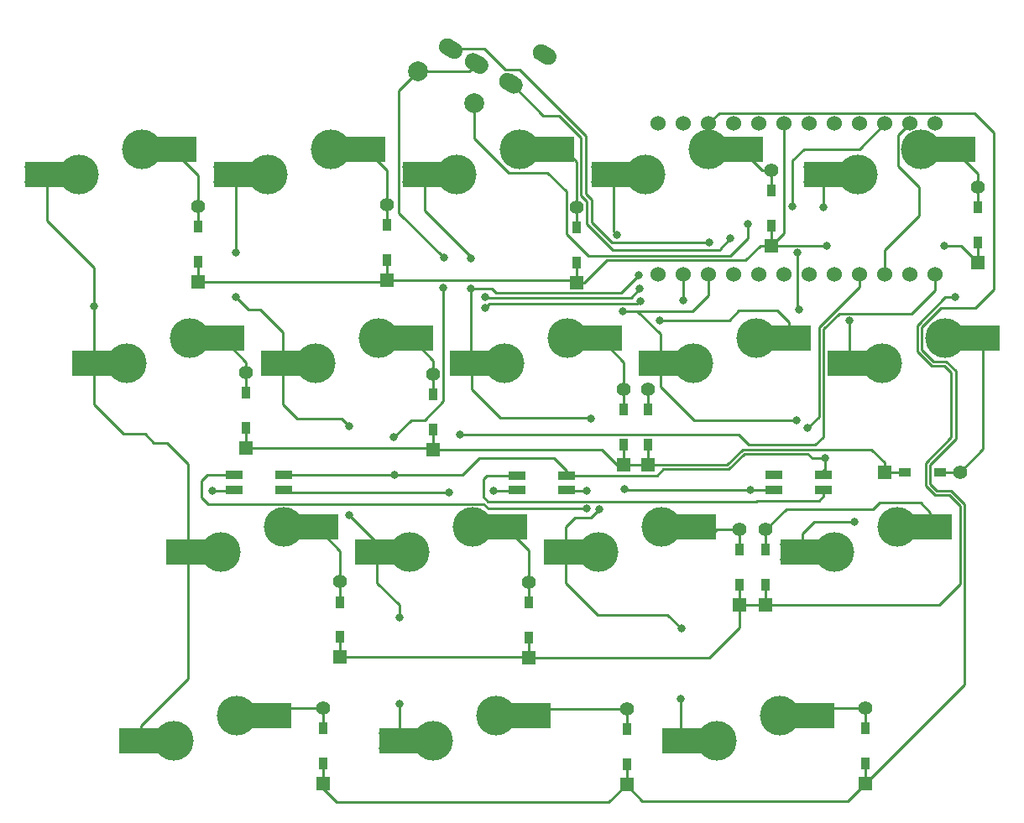
<source format=gbr>
G04 #@! TF.GenerationSoftware,KiCad,Pcbnew,(5.1.6-0-10_14)*
G04 #@! TF.CreationDate,2022-02-21T07:56:40+09:00*
G04 #@! TF.ProjectId,cool936,636f6f6c-3933-4362-9e6b-696361645f70,rev?*
G04 #@! TF.SameCoordinates,Original*
G04 #@! TF.FileFunction,Copper,L2,Bot*
G04 #@! TF.FilePolarity,Positive*
%FSLAX46Y46*%
G04 Gerber Fmt 4.6, Leading zero omitted, Abs format (unit mm)*
G04 Created by KiCad (PCBNEW (5.1.6-0-10_14)) date 2022-02-21 07:56:40*
%MOMM*%
%LPD*%
G01*
G04 APERTURE LIST*
G04 #@! TA.AperFunction,SMDPad,CuDef*
%ADD10R,0.950000X1.300000*%
G04 #@! TD*
G04 #@! TA.AperFunction,ComponentPad*
%ADD11R,1.397000X1.397000*%
G04 #@! TD*
G04 #@! TA.AperFunction,ComponentPad*
%ADD12C,1.397000*%
G04 #@! TD*
G04 #@! TA.AperFunction,SMDPad,CuDef*
%ADD13R,1.300000X0.950000*%
G04 #@! TD*
G04 #@! TA.AperFunction,Conductor*
%ADD14R,4.500000X2.500000*%
G04 #@! TD*
G04 #@! TA.AperFunction,ViaPad*
%ADD15C,0.800000*%
G04 #@! TD*
G04 #@! TA.AperFunction,ViaPad*
%ADD16C,4.000000*%
G04 #@! TD*
G04 #@! TA.AperFunction,SMDPad,CuDef*
%ADD17R,1.800000X0.820000*%
G04 #@! TD*
G04 #@! TA.AperFunction,ComponentPad*
%ADD18C,2.000000*%
G04 #@! TD*
G04 #@! TA.AperFunction,ComponentPad*
%ADD19C,1.524000*%
G04 #@! TD*
G04 #@! TA.AperFunction,Conductor*
%ADD20C,0.250000*%
G04 #@! TD*
G04 APERTURE END LIST*
D10*
X208240000Y-2515000D03*
X208240000Y-6065000D03*
D11*
X208240000Y-8100000D03*
D12*
X208240000Y-480000D03*
D10*
X227340000Y-2775000D03*
X227340000Y-6325000D03*
D11*
X227340000Y-8360000D03*
D12*
X227340000Y-740000D03*
D10*
X246980000Y985000D03*
X246980000Y-2565000D03*
D11*
X246980000Y-4600000D03*
D12*
X246980000Y3020000D03*
D10*
X189180000Y-2645000D03*
X189180000Y-6195000D03*
D11*
X189180000Y-8230000D03*
D12*
X189180000Y-610000D03*
D10*
X194010000Y-19445000D03*
X194010000Y-22995000D03*
D11*
X194010000Y-25030000D03*
D12*
X194010000Y-17410000D03*
D10*
X212880000Y-19635000D03*
X212880000Y-23185000D03*
D11*
X212880000Y-25220000D03*
D12*
X212880000Y-17600000D03*
D10*
X232080000Y-21165000D03*
X232080000Y-24715000D03*
D11*
X232080000Y-26750000D03*
D12*
X232080000Y-19130000D03*
D10*
X234570000Y-21145000D03*
X234570000Y-24695000D03*
D11*
X234570000Y-26730000D03*
D12*
X234570000Y-19110000D03*
D13*
X263965000Y-27450000D03*
X260415000Y-27450000D03*
D11*
X258380000Y-27450000D03*
D12*
X266000000Y-27450000D03*
D10*
X203500000Y-40565000D03*
X203500000Y-44115000D03*
D11*
X203500000Y-46150000D03*
D12*
X203500000Y-38530000D03*
D10*
X222500000Y-40595000D03*
X222500000Y-44145000D03*
D11*
X222500000Y-46180000D03*
D12*
X222500000Y-38560000D03*
D10*
X243780000Y-35275000D03*
X243780000Y-38825000D03*
D11*
X243780000Y-40860000D03*
D12*
X243780000Y-33240000D03*
D10*
X201760000Y-53315000D03*
X201760000Y-56865000D03*
D11*
X201760000Y-58900000D03*
D12*
X201760000Y-51280000D03*
D10*
X267830000Y-705000D03*
X267830000Y-4255000D03*
D11*
X267830000Y-6290000D03*
D12*
X267830000Y1330000D03*
D10*
X256480000Y-53300000D03*
X256480000Y-56850000D03*
D11*
X256480000Y-58885000D03*
D12*
X256480000Y-51265000D03*
D10*
X246430000Y-35275000D03*
X246430000Y-38825000D03*
D11*
X246430000Y-40860000D03*
D12*
X246430000Y-33240000D03*
D14*
X263017500Y-33020000D03*
X250090500Y-35560000D03*
D15*
X264795500Y-33782000D03*
X248285500Y-36322000D03*
X264795500Y-32258000D03*
X248285500Y-34798000D03*
D16*
X253365500Y-35560000D03*
X259715500Y-33020000D03*
D14*
X222536000Y-52070000D03*
X209609000Y-54610000D03*
D15*
X224314000Y-52832000D03*
X207804000Y-55372000D03*
X224314000Y-51308000D03*
X207804000Y-53848000D03*
D16*
X212884000Y-54610000D03*
X219234000Y-52070000D03*
G04 #@! TA.AperFunction,ComponentPad*
G36*
G01*
X224187690Y15604775D02*
X224880510Y15204775D01*
G75*
G02*
X225191632Y14043653I-425000J-736122D01*
G01*
X225191632Y14043653D01*
G75*
G02*
X224030510Y13732531I-736122J425000D01*
G01*
X223337690Y14132531D01*
G75*
G02*
X223026568Y15293653I425000J736122D01*
G01*
X223026568Y15293653D01*
G75*
G02*
X224187690Y15604775I736122J-425000D01*
G01*
G37*
G04 #@! TD.AperFunction*
G04 #@! TA.AperFunction,ComponentPad*
G36*
G01*
X220788652Y12717469D02*
X221481472Y12317469D01*
G75*
G02*
X221792594Y11156347I-425000J-736122D01*
G01*
X221792594Y11156347D01*
G75*
G02*
X220631472Y10845225I-736122J425000D01*
G01*
X219938652Y11245225D01*
G75*
G02*
X219627530Y12406347I425000J736122D01*
G01*
X219627530Y12406347D01*
G75*
G02*
X220788652Y12717469I736122J-425000D01*
G01*
G37*
G04 #@! TD.AperFunction*
G04 #@! TA.AperFunction,ComponentPad*
G36*
G01*
X217324550Y14717469D02*
X218017370Y14317469D01*
G75*
G02*
X218328492Y13156347I-425000J-736122D01*
G01*
X218328492Y13156347D01*
G75*
G02*
X217167370Y12845225I-736122J425000D01*
G01*
X216474550Y13245225D01*
G75*
G02*
X216163428Y14406347I425000J736122D01*
G01*
X216163428Y14406347D01*
G75*
G02*
X217324550Y14717469I736122J-425000D01*
G01*
G37*
G04 #@! TD.AperFunction*
G04 #@! TA.AperFunction,ComponentPad*
G36*
G01*
X214726474Y16217469D02*
X215419294Y15817469D01*
G75*
G02*
X215730416Y14656347I-425000J-736122D01*
G01*
X215730416Y14656347D01*
G75*
G02*
X214569294Y14345225I-736122J425000D01*
G01*
X213876474Y14745225D01*
G75*
G02*
X213565352Y15906347I425000J736122D01*
G01*
X213565352Y15906347D01*
G75*
G02*
X214726474Y16217469I736122J-425000D01*
G01*
G37*
G04 #@! TD.AperFunction*
D17*
X197770000Y-29230000D03*
X197770000Y-27730000D03*
X192770000Y-27730000D03*
X192770000Y-29230000D03*
X221320000Y-29290000D03*
X221320000Y-27790000D03*
X226320000Y-27790000D03*
X226320000Y-29290000D03*
X252270000Y-29230000D03*
X252270000Y-27730000D03*
X247270000Y-27730000D03*
X247270000Y-29230000D03*
D18*
X217014583Y9775000D03*
X211385417Y13025000D03*
D19*
X263478000Y-7521400D03*
X260938000Y-7521400D03*
X258398000Y-7521400D03*
X255858000Y-7521400D03*
X253318000Y-7521400D03*
X250778000Y-7521400D03*
X248238000Y-7521400D03*
X245698000Y-7521400D03*
X243158000Y-7521400D03*
X240618000Y-7521400D03*
X238078000Y-7521400D03*
X235538000Y-7521400D03*
X235538000Y7698600D03*
X238078000Y7698600D03*
X240618000Y7698600D03*
X243158000Y7698600D03*
X245698000Y7698600D03*
X248238000Y7698600D03*
X250778000Y7698600D03*
X253318000Y7698600D03*
X255858000Y7698600D03*
X258398000Y7698600D03*
X260938000Y7698600D03*
X263478000Y7698600D03*
D14*
X201104500Y-33020000D03*
X188177500Y-35560000D03*
D15*
X202882500Y-33782000D03*
X186372500Y-36322000D03*
X202882500Y-32258000D03*
X186372500Y-34798000D03*
D16*
X191452500Y-35560000D03*
X197802500Y-33020000D03*
D14*
X220154500Y-33020000D03*
X207227500Y-35560000D03*
D15*
X221932500Y-33782000D03*
X205422500Y-36322000D03*
X221932500Y-32258000D03*
X205422500Y-34798000D03*
D16*
X210502500Y-35560000D03*
X216852500Y-33020000D03*
D14*
X239204500Y-33020000D03*
X226277500Y-35560000D03*
D15*
X240982500Y-33782000D03*
X224472500Y-36322000D03*
X240982500Y-32258000D03*
X224472500Y-34798000D03*
D16*
X229552500Y-35560000D03*
X235902500Y-33020000D03*
D14*
X196342000Y-52070000D03*
X183415000Y-54610000D03*
D15*
X198120000Y-52832000D03*
X181610000Y-55372000D03*
X198120000Y-51308000D03*
X181610000Y-53848000D03*
D16*
X186690000Y-54610000D03*
X193040000Y-52070000D03*
D14*
X265397999Y5080000D03*
X252470999Y2540000D03*
D15*
X267175999Y4318000D03*
X250665999Y1778000D03*
X267175999Y5842000D03*
X250665999Y3302000D03*
D16*
X255745999Y2540000D03*
X262095999Y5080000D03*
D14*
X251110500Y-52070000D03*
X238183500Y-54610000D03*
D15*
X252888500Y-52832000D03*
X236378500Y-55372000D03*
X252888500Y-51308000D03*
X236378500Y-53848000D03*
D16*
X241458500Y-54610000D03*
X247808500Y-52070000D03*
D12*
X232390000Y-51330000D03*
D11*
X232390000Y-58950000D03*
D10*
X232390000Y-56915000D03*
X232390000Y-53365000D03*
D14*
X186817000Y5080000D03*
X173890000Y2540000D03*
D15*
X188595000Y4318000D03*
X172085000Y1778000D03*
X188595000Y5842000D03*
X172085000Y3302000D03*
D16*
X177165000Y2540000D03*
X183515000Y5080000D03*
D14*
X205867000Y5080000D03*
X192940000Y2540000D03*
D15*
X207645000Y4318000D03*
X191135000Y1778000D03*
X207645000Y5842000D03*
X191135000Y3302000D03*
D16*
X196215000Y2540000D03*
X202565000Y5080000D03*
D14*
X224917000Y5080000D03*
X211990000Y2540000D03*
D15*
X226695000Y4318000D03*
X210185000Y1778000D03*
X226695000Y5842000D03*
X210185000Y3302000D03*
D16*
X215265000Y2540000D03*
X221615000Y5080000D03*
D14*
X243967000Y5080000D03*
X231040000Y2540000D03*
D15*
X245745000Y4318000D03*
X229235000Y1778000D03*
X245745000Y5842000D03*
X229235000Y3302000D03*
D16*
X234315000Y2540000D03*
X240665000Y5080000D03*
D14*
X191579500Y-13970000D03*
X178652500Y-16510000D03*
D15*
X193357500Y-14732000D03*
X176847500Y-17272000D03*
X193357500Y-13208000D03*
X176847500Y-15748000D03*
D16*
X181927500Y-16510000D03*
X188277500Y-13970000D03*
D14*
X210629500Y-13970000D03*
X197702500Y-16510000D03*
D15*
X212407500Y-14732000D03*
X195897500Y-17272000D03*
X212407500Y-13208000D03*
X195897500Y-15748000D03*
D16*
X200977500Y-16510000D03*
X207327500Y-13970000D03*
D14*
X229679500Y-13970000D03*
X216752500Y-16510000D03*
D15*
X231457500Y-14732000D03*
X214947500Y-17272000D03*
X231457500Y-13208000D03*
X214947500Y-15748000D03*
D16*
X220027500Y-16510000D03*
X226377500Y-13970000D03*
D14*
X248729500Y-13970000D03*
X235802500Y-16510000D03*
D15*
X250507500Y-14732000D03*
X233997500Y-17272000D03*
X250507500Y-13208000D03*
X233997500Y-15748000D03*
D16*
X239077500Y-16510000D03*
X245427500Y-13970000D03*
D14*
X267779500Y-13970000D03*
X254852500Y-16510000D03*
D15*
X269557500Y-14732000D03*
X253047500Y-17272000D03*
X269557500Y-13208000D03*
X253047500Y-15748000D03*
D16*
X258127500Y-16510000D03*
X264477500Y-13970000D03*
D15*
X235760000Y-12140000D03*
X252550000Y-4600000D03*
X264420000Y-4600000D03*
X265490000Y-9820000D03*
X208970000Y-27730000D03*
X208930000Y-23950000D03*
X213860000Y-8840000D03*
X213940000Y-5850000D03*
X252370000Y-26070000D03*
X250640000Y-23020000D03*
X249650000Y-5325000D03*
X249780000Y-11040000D03*
X244910000Y-29230000D03*
X190570000Y-29340000D03*
X218930000Y-29340000D03*
X232200000Y-29210000D03*
X242880000Y-3880000D03*
X240710000Y-4280000D03*
X214490000Y-29490000D03*
X215570000Y-23710000D03*
X228320000Y-29350000D03*
X228330000Y-31150010D03*
X178652500Y-10747500D03*
X218140000Y-10880000D03*
X233740000Y-10220000D03*
X192970000Y-9810000D03*
X218120000Y-9800000D03*
X233700000Y-8970000D03*
X209450000Y-50860000D03*
X209450000Y-42140000D03*
X204410000Y-31760000D03*
X204440000Y-22820000D03*
X192970000Y-5260000D03*
X216650000Y-8960000D03*
X233630000Y-7600000D03*
X237880000Y-50360000D03*
X237890000Y-43210000D03*
X229640000Y-31240000D03*
X228770000Y-22100000D03*
X216650000Y-5880000D03*
X249520000Y-22200000D03*
X255380000Y-32440000D03*
X231980000Y-11210000D03*
X231450000Y-3560000D03*
X254830000Y-12190000D03*
X252230000Y-710000D03*
X238060000Y-10150000D03*
X244640000Y-2380000D03*
X249140000Y-680000D03*
D20*
X189180000Y-610000D02*
X189180000Y2520000D01*
X186817000Y4883000D02*
X186817000Y5080000D01*
X189180000Y2520000D02*
X186817000Y4883000D01*
X186817000Y5080000D02*
X183515000Y5080000D01*
X189180000Y-2645000D02*
X189180000Y-610000D01*
X206120000Y5080000D02*
X205867000Y5080000D01*
X208240000Y-480000D02*
X208240000Y2960000D01*
X202565000Y5080000D02*
X205867000Y5080000D01*
X208240000Y-2515000D02*
X208240000Y-480000D01*
X208240000Y2960000D02*
X206120000Y5080000D01*
X221615000Y5080000D02*
X224917000Y5080000D01*
X226140000Y5080000D02*
X227340000Y3880000D01*
X227340000Y3880000D02*
X227340000Y-740000D01*
X227340000Y-740000D02*
X227340000Y-2775000D01*
X224917000Y5080000D02*
X226140000Y5080000D01*
X246980000Y3020000D02*
X246980000Y985000D01*
X245907000Y3140000D02*
X245773500Y3273500D01*
X245773500Y3273500D02*
X243967000Y5080000D01*
X246027000Y3020000D02*
X245773500Y3273500D01*
X246980000Y3020000D02*
X246027000Y3020000D01*
X243967000Y5080000D02*
X240665000Y5080000D01*
X194010000Y-17410000D02*
X194010000Y-19445000D01*
X188277500Y-13970000D02*
X191579500Y-13970000D01*
X194010000Y-16400500D02*
X191579500Y-13970000D01*
X194010000Y-17410000D02*
X194010000Y-16400500D01*
X212880000Y-16220500D02*
X210629500Y-13970000D01*
X212880000Y-17600000D02*
X212880000Y-19635000D01*
X207327500Y-13970000D02*
X210629500Y-13970000D01*
X212880000Y-17600000D02*
X212880000Y-16220500D01*
X232080000Y-19130000D02*
X232080000Y-16370500D01*
X232080000Y-16370500D02*
X229679500Y-13970000D01*
X232080000Y-19130000D02*
X232080000Y-21165000D01*
X226377500Y-13970000D02*
X229679500Y-13970000D01*
X247600000Y-11160000D02*
X248729500Y-12289500D01*
X248729500Y-12289500D02*
X248729500Y-13970000D01*
X243720000Y-11160000D02*
X247600000Y-11160000D01*
X242740000Y-12140000D02*
X243720000Y-11160000D01*
X235760000Y-12140000D02*
X242740000Y-12140000D01*
X245427500Y-13970000D02*
X248729500Y-13970000D01*
X234570000Y-21145000D02*
X234570000Y-19110000D01*
X268310000Y-14500500D02*
X268310000Y-25140000D01*
X268310000Y-25140000D02*
X266000000Y-27450000D01*
X267779500Y-13970000D02*
X268310000Y-14500500D01*
X263965000Y-27450000D02*
X266000000Y-27450000D01*
X264477500Y-13970000D02*
X267779500Y-13970000D01*
X201104500Y-33020000D02*
X197802500Y-33020000D01*
X203500000Y-38530000D02*
X203500000Y-35415500D01*
X203500000Y-35415500D02*
X201104500Y-33020000D01*
X203500000Y-38530000D02*
X203500000Y-40565000D01*
X220154500Y-33020000D02*
X216852500Y-33020000D01*
X222500000Y-38560000D02*
X222500000Y-35365500D01*
X222500000Y-35365500D02*
X220154500Y-33020000D01*
X220154500Y-33020000D02*
X221170500Y-33020000D01*
X221170500Y-33020000D02*
X221932500Y-33782000D01*
X222500000Y-40595000D02*
X222500000Y-38560000D01*
X243780000Y-33240000D02*
X243780000Y-35275000D01*
X243780000Y-33240000D02*
X241524500Y-33240000D01*
X241524500Y-33240000D02*
X240982500Y-33782000D01*
X239204500Y-33020000D02*
X240220500Y-33020000D01*
X240220500Y-33020000D02*
X240982500Y-33782000D01*
X243780000Y-33240000D02*
X236122500Y-33240000D01*
X236122500Y-33240000D02*
X235902500Y-33020000D01*
X201760000Y-51280000D02*
X201760000Y-53315000D01*
X198120000Y-51308000D02*
X201732000Y-51308000D01*
X201732000Y-51308000D02*
X201760000Y-51280000D01*
X193040000Y-52070000D02*
X196342000Y-52070000D01*
X265397999Y5080000D02*
X262095999Y5080000D01*
X267830000Y1330000D02*
X267830000Y2647999D01*
X267830000Y2647999D02*
X265397999Y5080000D01*
X267830000Y-705000D02*
X267830000Y1330000D01*
X256480000Y-51265000D02*
X256480000Y-53300000D01*
X256480000Y-51265000D02*
X252931500Y-51265000D01*
X252931500Y-51265000D02*
X252888500Y-51308000D01*
X252888500Y-51308000D02*
X251872500Y-51308000D01*
X251872500Y-51308000D02*
X251110500Y-52070000D01*
X247808500Y-52070000D02*
X251110500Y-52070000D01*
X262040000Y-30530000D02*
X263017500Y-31507500D01*
X263017500Y-31507500D02*
X263017500Y-33020000D01*
X257910000Y-30530000D02*
X262040000Y-30530000D01*
X257250000Y-31190000D02*
X257910000Y-30530000D01*
X248480000Y-31190000D02*
X257250000Y-31190000D01*
X246430000Y-33240000D02*
X248480000Y-31190000D01*
X259715500Y-33020000D02*
X263017500Y-33020000D01*
X246430000Y-33240000D02*
X246435001Y-33234999D01*
X246430000Y-35275000D02*
X246430000Y-33240000D01*
X232390000Y-51330000D02*
X232390000Y-53365000D01*
X232390000Y-51330000D02*
X224336000Y-51330000D01*
X224336000Y-51330000D02*
X224314000Y-51308000D01*
X222536000Y-52070000D02*
X223552000Y-52070000D01*
X223552000Y-52070000D02*
X224314000Y-51308000D01*
X219234000Y-52070000D02*
X222536000Y-52070000D01*
X264420000Y-4600000D02*
X266140000Y-4600000D01*
X228110000Y-8360000D02*
X230370000Y-6100000D01*
X245850000Y-4600000D02*
X244350000Y-6100000D01*
X244350000Y-6100000D02*
X230370000Y-6100000D01*
X246980000Y-4600000D02*
X245850000Y-4600000D01*
X248238000Y7698600D02*
X248238000Y-3342000D01*
X248238000Y-3342000D02*
X246980000Y-4600000D01*
X246980000Y-4600000D02*
X252550000Y-4600000D01*
X266140000Y-4600000D02*
X267830000Y-6290000D01*
X246980000Y-4600000D02*
X249070000Y-4600000D01*
X246980000Y-2565000D02*
X246980000Y-4600000D01*
X267810000Y-6290000D02*
X267830000Y-6290000D01*
X227340000Y-8360000D02*
X228110000Y-8360000D01*
X208240000Y-8100000D02*
X227080000Y-8100000D01*
X227080000Y-8100000D02*
X227340000Y-8360000D01*
X189180000Y-8230000D02*
X208110000Y-8230000D01*
X208110000Y-8230000D02*
X208240000Y-8100000D01*
X189180000Y-8230000D02*
X189180000Y-6195000D01*
X208240000Y-6065000D02*
X208240000Y-8100000D01*
X227340000Y-6325000D02*
X227340000Y-8360000D01*
X267830000Y-4255000D02*
X267830000Y-6290000D01*
X257090000Y-25170000D02*
X258380000Y-26460000D01*
X258380000Y-26460000D02*
X258380000Y-27450000D01*
X244070000Y-25170000D02*
X257090000Y-25170000D01*
X242510000Y-26730000D02*
X244070000Y-25170000D01*
X234570000Y-26730000D02*
X242510000Y-26730000D01*
X232080000Y-26750000D02*
X234550000Y-26750000D01*
X234550000Y-26750000D02*
X234570000Y-26730000D01*
X229920000Y-25220000D02*
X231450000Y-26750000D01*
X231450000Y-26750000D02*
X232080000Y-26750000D01*
X212880000Y-25220000D02*
X229920000Y-25220000D01*
X194010000Y-25030000D02*
X212690000Y-25030000D01*
X212690000Y-25030000D02*
X212880000Y-25220000D01*
X258380000Y-27450000D02*
X260415000Y-27450000D01*
X234570000Y-26730000D02*
X234570000Y-24695000D01*
X232080000Y-24715000D02*
X232080000Y-26750000D01*
X212880000Y-23185000D02*
X212880000Y-25220000D01*
X194010000Y-22995000D02*
X194010000Y-25030000D01*
X265490000Y-9820000D02*
X264550088Y-9820000D01*
X266039990Y-30876400D02*
X266039990Y-38760000D01*
X263175099Y-16745011D02*
X264428601Y-16745011D01*
X261702490Y-12667598D02*
X261702489Y-15272401D01*
X263473599Y-29770009D02*
X264933600Y-29770010D01*
X263939990Y-40860000D02*
X246430000Y-40860000D01*
X264428601Y-16745011D02*
X265129990Y-17446400D01*
X265129990Y-23938598D02*
X262539990Y-26528598D01*
X265129990Y-17446400D02*
X265129990Y-23938598D01*
X262539990Y-26528598D02*
X262539989Y-28836399D01*
X261702489Y-15272401D02*
X263175099Y-16745011D01*
X262539989Y-28836399D02*
X263473599Y-29770009D01*
X264550088Y-9820000D02*
X261702490Y-12667598D01*
X264933600Y-29770010D02*
X266039990Y-30876400D01*
X266039990Y-38760000D02*
X263939990Y-40860000D01*
X240720000Y-46180000D02*
X243780000Y-43120000D01*
X243780000Y-43120000D02*
X243780000Y-40860000D01*
X222500000Y-46180000D02*
X240720000Y-46180000D01*
X203500000Y-46150000D02*
X222470000Y-46150000D01*
X222470000Y-46150000D02*
X222500000Y-46180000D01*
X203500000Y-44115000D02*
X203500000Y-46150000D01*
X222500000Y-44145000D02*
X222500000Y-46180000D01*
X243780000Y-40860000D02*
X243780000Y-38825000D01*
X246430000Y-40860000D02*
X243780000Y-40860000D01*
X246430000Y-38825000D02*
X246430000Y-40860000D01*
X262152499Y-12853999D02*
X262152499Y-15086001D01*
X241705001Y8785601D02*
X267444399Y8785601D01*
X262152499Y-15086001D02*
X263361499Y-16295001D01*
X240618000Y7698600D02*
X241705001Y8785601D01*
X264615001Y-16295001D02*
X265580000Y-17260000D01*
X267444399Y8785601D02*
X269430000Y6800000D01*
X263660000Y-29320000D02*
X265120000Y-29320000D01*
X265580000Y-17260000D02*
X265580000Y-24124998D01*
X265580000Y-24124998D02*
X262989999Y-26714999D01*
X262989999Y-26714999D02*
X262989999Y-28649999D01*
X262989999Y-28649999D02*
X263660000Y-29320000D01*
X266490000Y-48875000D02*
X256480000Y-58885000D01*
X233970000Y-60660000D02*
X254705000Y-60660000D01*
X254705000Y-60660000D02*
X256480000Y-58885000D01*
X232390000Y-59080000D02*
X233970000Y-60660000D01*
X232390000Y-58950000D02*
X232390000Y-59080000D01*
X203170000Y-60770000D02*
X230570000Y-60770000D01*
X230570000Y-60770000D02*
X232390000Y-58950000D01*
X201760000Y-59360000D02*
X203170000Y-60770000D01*
X201760000Y-58900000D02*
X201760000Y-59360000D01*
X256480000Y-56850000D02*
X256480000Y-58885000D01*
X232390000Y-56915000D02*
X232390000Y-58950000D01*
X201760000Y-56865000D02*
X201760000Y-58900000D01*
X269430000Y-9030000D02*
X267530000Y-10930000D01*
X266490000Y-30690000D02*
X266490000Y-48875000D01*
X267530000Y-10930000D02*
X264076498Y-10930000D01*
X265120000Y-29320000D02*
X266490000Y-30690000D01*
X264076498Y-10930000D02*
X262152499Y-12853999D01*
X263361499Y-16295001D02*
X264615001Y-16295001D01*
X269430000Y6800000D02*
X269430000Y-9030000D01*
X197770000Y-27730000D02*
X208970000Y-27730000D01*
X208970000Y-27730000D02*
X215800000Y-27730000D01*
X211985002Y-22240000D02*
X210640000Y-22240000D01*
X210640000Y-22240000D02*
X208930000Y-23950000D01*
X213860000Y-8840000D02*
X213903501Y-8883501D01*
X213903501Y-8883501D02*
X213903501Y-20321501D01*
X213903501Y-20321501D02*
X211985002Y-22240000D01*
X211385417Y13025000D02*
X209414999Y11054582D01*
X209414999Y11054582D02*
X209414999Y-1324999D01*
X209414999Y-1324999D02*
X213940000Y-5850000D01*
X252370000Y-26070000D02*
X251104486Y-26070000D01*
X251104486Y-26070000D02*
X250654496Y-25620010D01*
X252370000Y-26070000D02*
X252370000Y-27630000D01*
X252370000Y-27630000D02*
X252270000Y-27730000D01*
X250640000Y-23020000D02*
X250640000Y-23020000D01*
X251799990Y-21860010D02*
X250640000Y-23020000D01*
X251799990Y-12853600D02*
X251799990Y-21860010D01*
X255858000Y-8795590D02*
X251799990Y-12853600D01*
X255858000Y-7521400D02*
X255858000Y-8795590D01*
X260938000Y7698600D02*
X259770998Y6531598D01*
X259770998Y6531598D02*
X259770998Y3399002D01*
X259770998Y3399002D02*
X261874900Y1295100D01*
X258398000Y-5042000D02*
X258398000Y-7521400D01*
X261874900Y-1565100D02*
X258398000Y-5042000D01*
X261874900Y1295100D02*
X261874900Y-1565100D01*
X211385417Y13025000D02*
X216489613Y13025000D01*
X216489613Y13025000D02*
X217245960Y13781347D01*
X244256400Y-25620010D02*
X250654496Y-25620010D01*
X252270000Y-27235514D02*
X252270000Y-27730000D01*
X242696401Y-27180009D02*
X244256400Y-25620010D01*
X226320000Y-27790000D02*
X235492002Y-27790000D01*
X235492002Y-27790000D02*
X236101992Y-27180010D01*
X236101992Y-27180010D02*
X242696401Y-27180009D01*
X217500000Y-26030000D02*
X225054486Y-26030000D01*
X225054486Y-26030000D02*
X226320000Y-27295514D01*
X226320000Y-27295514D02*
X226320000Y-27790000D01*
X215800000Y-27730000D02*
X217500000Y-26030000D01*
X249780000Y-11040000D02*
X249650000Y-10910000D01*
X249650000Y-10910000D02*
X249650000Y-5325000D01*
X244910000Y-29230000D02*
X232220000Y-29230000D01*
X190570000Y-29340000D02*
X192660000Y-29340000D01*
X192660000Y-29340000D02*
X192770000Y-29230000D01*
X218930000Y-29340000D02*
X221270000Y-29340000D01*
X221270000Y-29340000D02*
X221320000Y-29290000D01*
X247270000Y-29230000D02*
X244910000Y-29230000D01*
X232220000Y-29230000D02*
X232200000Y-29210000D01*
X241790000Y-4970000D02*
X242880000Y-3880000D01*
X241790000Y-5020000D02*
X231000000Y-5020000D01*
X241790000Y-5020000D02*
X241790000Y-4970000D01*
X228363501Y-2383501D02*
X228363501Y-133501D01*
X228363501Y-133501D02*
X227790010Y439990D01*
X227790010Y439990D02*
X227790010Y6291992D01*
X231000000Y-5020000D02*
X228363501Y-2383501D01*
X227790010Y6291992D02*
X225572002Y8510000D01*
X225572002Y8510000D02*
X223981409Y8510000D01*
X223981409Y8510000D02*
X220710062Y11781347D01*
X228840000Y-2223590D02*
X230901411Y-4285001D01*
X230901411Y-4285001D02*
X240704999Y-4285001D01*
X240704999Y-4285001D02*
X240710000Y-4280000D01*
X228240020Y626390D02*
X228840000Y26410D01*
X228840000Y26410D02*
X228840000Y-2223590D01*
X228240020Y6478392D02*
X228240020Y626390D01*
X221562055Y13156357D02*
X228240020Y6478392D01*
X214647884Y15281347D02*
X218050867Y15281347D01*
X218050867Y15281347D02*
X220175857Y13156357D01*
X220175857Y13156357D02*
X221562055Y13156357D01*
X244729990Y-24719990D02*
X251430010Y-24719990D01*
X252250000Y-23900000D02*
X252250000Y-22100000D01*
X215570000Y-23710000D02*
X243720000Y-23710000D01*
X251430010Y-24719990D02*
X252250000Y-23900000D01*
X243720000Y-23710000D02*
X244729990Y-24719990D01*
X252250000Y-22100000D02*
X252250000Y-20740000D01*
X197515010Y-29490000D02*
X197770000Y-29235010D01*
X197770000Y-29235010D02*
X197770000Y-29230000D01*
X214490000Y-29490000D02*
X197515010Y-29490000D01*
X252250000Y-20740000D02*
X252250000Y-20890000D01*
X252250000Y-13040000D02*
X252250000Y-20740000D01*
X253825001Y-11464999D02*
X252250000Y-13040000D01*
X263478000Y-9112000D02*
X261125001Y-11464999D01*
X261125001Y-11464999D02*
X253825001Y-11464999D01*
X263478000Y-7521400D02*
X263478000Y-9112000D01*
X228320000Y-29350000D02*
X226380000Y-29350000D01*
X226380000Y-29350000D02*
X226320000Y-29290000D01*
X189540000Y-30020000D02*
X190214999Y-30694999D01*
X217968501Y-30694999D02*
X218423512Y-31150010D01*
X218423512Y-31150010D02*
X228330000Y-31150010D01*
X190214999Y-30694999D02*
X217968501Y-30694999D01*
X189540000Y-28300000D02*
X189540000Y-30020000D01*
X190110000Y-27730000D02*
X189540000Y-28300000D01*
X192770000Y-27730000D02*
X190110000Y-27730000D01*
X217920000Y-28130000D02*
X218260000Y-27790000D01*
X218260000Y-27790000D02*
X221320000Y-27790000D01*
X217920000Y-29980000D02*
X217920000Y-28130000D01*
X218365010Y-30425010D02*
X217920000Y-29980000D01*
X245535010Y-30365010D02*
X245475010Y-30425010D01*
X245475010Y-30425010D02*
X218365010Y-30425010D01*
X252270000Y-29230000D02*
X252270000Y-29890000D01*
X252270000Y-29890000D02*
X251794990Y-30365010D01*
X251794990Y-30365010D02*
X245535010Y-30365010D01*
X178652500Y-6842500D02*
X178652500Y-10747500D01*
X178652500Y-10747500D02*
X178652500Y-16510000D01*
X233740000Y-10220000D02*
X233475001Y-10484999D01*
X233475001Y-10484999D02*
X218535001Y-10484999D01*
X218535001Y-10484999D02*
X218140000Y-10880000D01*
X188177500Y-48272500D02*
X183415000Y-53035000D01*
X183415000Y-53035000D02*
X183415000Y-54610000D01*
X188177500Y-35560000D02*
X188177500Y-48272500D01*
X186010000Y-24500000D02*
X188177500Y-26667500D01*
X188177500Y-26667500D02*
X188177500Y-35560000D01*
X184675699Y-24500000D02*
X186010000Y-24500000D01*
X181620000Y-23630000D02*
X183805699Y-23630000D01*
X183805699Y-23630000D02*
X184675699Y-24500000D01*
X178652500Y-20662500D02*
X181620000Y-23630000D01*
X178652500Y-16510000D02*
X178652500Y-20662500D01*
X173890000Y-2080000D02*
X178652500Y-6842500D01*
X173890000Y2540000D02*
X173890000Y-2080000D01*
X172250010Y2540000D02*
X173890000Y2540000D01*
X177165000Y2540000D02*
X172250010Y2540000D01*
X181927500Y-16510000D02*
X178652500Y-16510000D01*
X191452500Y-35560000D02*
X188177500Y-35560000D01*
X183415000Y-54610000D02*
X182372000Y-54610000D01*
X182372000Y-54610000D02*
X181610000Y-53848000D01*
X183415000Y-54610000D02*
X186690000Y-54610000D01*
X195510000Y-11160000D02*
X195690000Y-11340000D01*
X194200000Y-11040000D02*
X195390000Y-11040000D01*
X195390000Y-11040000D02*
X195690000Y-11340000D01*
X195690000Y-11340000D02*
X197702500Y-13352500D01*
X192970000Y-9810000D02*
X194200000Y-11040000D01*
X232836489Y-9833511D02*
X218153511Y-9833511D01*
X218153511Y-9833511D02*
X218120000Y-9800000D01*
X233700000Y-8970000D02*
X232836489Y-9833511D01*
X209450000Y-50860000D02*
X209450000Y-54451000D01*
X209450000Y-54451000D02*
X209609000Y-54610000D01*
X207227500Y-38627500D02*
X209450000Y-40850000D01*
X209450000Y-40850000D02*
X209450000Y-42140000D01*
X207227500Y-35560000D02*
X207227500Y-38627500D01*
X204410000Y-31760000D02*
X207227500Y-34577500D01*
X207227500Y-34577500D02*
X207227500Y-35560000D01*
X199160000Y-22060000D02*
X203680000Y-22060000D01*
X203680000Y-22060000D02*
X204440000Y-22820000D01*
X197702500Y-20602500D02*
X199160000Y-22060000D01*
X197702500Y-16510000D02*
X197702500Y-20602500D01*
X197702500Y-13352500D02*
X197702500Y-16510000D01*
X192940000Y2540000D02*
X192940000Y-5230000D01*
X192940000Y-5230000D02*
X192970000Y-5260000D01*
X196215000Y2540000D02*
X192940000Y2540000D01*
X197702500Y-16510000D02*
X200977500Y-16510000D01*
X210502500Y-35560000D02*
X207227500Y-35560000D01*
X209609000Y-54610000D02*
X212884000Y-54610000D01*
X216752500Y-16510000D02*
X216640000Y-16397500D01*
X216640000Y-16397500D02*
X216640000Y-8970000D01*
X216640000Y-8970000D02*
X216650000Y-8960000D01*
X219196499Y-9383501D02*
X218772998Y-8960000D01*
X218772998Y-8960000D02*
X216650000Y-8960000D01*
X233630000Y-7600000D02*
X231846499Y-9383501D01*
X231846499Y-9383501D02*
X219196499Y-9383501D01*
X237880000Y-50360000D02*
X237880000Y-54306500D01*
X237880000Y-54306500D02*
X238183500Y-54610000D01*
X229430000Y-41840000D02*
X236520000Y-41840000D01*
X236520000Y-41840000D02*
X237890000Y-43210000D01*
X226277500Y-38687500D02*
X229430000Y-41840000D01*
X226277500Y-35560000D02*
X226277500Y-38687500D01*
X227200000Y-32080000D02*
X226277500Y-33002500D01*
X226277500Y-33002500D02*
X226277500Y-35560000D01*
X228800000Y-32080000D02*
X227200000Y-32080000D01*
X229640000Y-31240000D02*
X228800000Y-32080000D01*
X219640000Y-22020000D02*
X228690000Y-22020000D01*
X228690000Y-22020000D02*
X228770000Y-22100000D01*
X216752500Y-19132500D02*
X219640000Y-22020000D01*
X216752500Y-16510000D02*
X216752500Y-19132500D01*
X211990000Y-1050000D02*
X216650000Y-5710000D01*
X216650000Y-5710000D02*
X216650000Y-5880000D01*
X211990000Y2540000D02*
X211990000Y-1050000D01*
X215265000Y2540000D02*
X211990000Y2540000D01*
X216752500Y-16510000D02*
X220027500Y-16510000D01*
X229552500Y-35560000D02*
X226277500Y-35560000D01*
X238183500Y-54610000D02*
X241458500Y-54610000D01*
X237521498Y-20540000D02*
X238875749Y-21894251D01*
X238875749Y-21894251D02*
X239161498Y-22180000D01*
X239181498Y-22200000D02*
X238875749Y-21894251D01*
X249520000Y-22200000D02*
X239181498Y-22200000D01*
X239161498Y-22180000D02*
X239161498Y-22180000D01*
X250090500Y-33639500D02*
X251290000Y-32440000D01*
X251290000Y-32440000D02*
X255380000Y-32440000D01*
X250090500Y-35560000D02*
X250090500Y-33639500D01*
X235802500Y-16510000D02*
X235802500Y-18821002D01*
X235802500Y-18821002D02*
X237521498Y-20540000D01*
X231980000Y-11210000D02*
X233110000Y-11210000D01*
X240618000Y-9622000D02*
X239030000Y-11210000D01*
X239030000Y-11210000D02*
X233110000Y-11210000D01*
X233110000Y-11210000D02*
X233470000Y-11210000D01*
X240618000Y-7521400D02*
X240618000Y-9622000D01*
X233470000Y-11210000D02*
X235802500Y-13542500D01*
X235802500Y-13542500D02*
X235802500Y-16510000D01*
X231040000Y2540000D02*
X231040000Y-3150000D01*
X231040000Y-3150000D02*
X231450000Y-3560000D01*
X234315000Y2540000D02*
X231040000Y2540000D01*
X235802500Y-16510000D02*
X239077500Y-16510000D01*
X253365500Y-35560000D02*
X250090500Y-35560000D01*
X254852500Y-16510000D02*
X254852500Y-12212500D01*
X254852500Y-12212500D02*
X254830000Y-12190000D01*
X252230000Y-710000D02*
X252230000Y2299001D01*
X252230000Y2299001D02*
X252470999Y2540000D01*
X238078000Y-7521400D02*
X238078000Y-10132000D01*
X238078000Y-10132000D02*
X238060000Y-10150000D01*
X255745999Y2540000D02*
X252470999Y2540000D01*
X254852500Y-16510000D02*
X258127500Y-16510000D01*
X242840000Y-5640000D02*
X244640000Y-3840000D01*
X244640000Y-3840000D02*
X244640000Y-2380000D01*
X241110000Y-5640000D02*
X242840000Y-5640000D01*
X228494998Y-5640000D02*
X241110000Y-5640000D01*
X217014583Y9775000D02*
X217014583Y6239415D01*
X217014583Y6239415D02*
X220498999Y2754999D01*
X224418492Y2754999D02*
X226316499Y856992D01*
X220498999Y2754999D02*
X224418492Y2754999D01*
X226316499Y856992D02*
X226316499Y-3461501D01*
X226316499Y-3461501D02*
X228494998Y-5640000D01*
X250290000Y5140000D02*
X249140000Y3990000D01*
X249140000Y3990000D02*
X249140000Y-680000D01*
X255839400Y5140000D02*
X250290000Y5140000D01*
X258398000Y7698600D02*
X255839400Y5140000D01*
M02*

</source>
